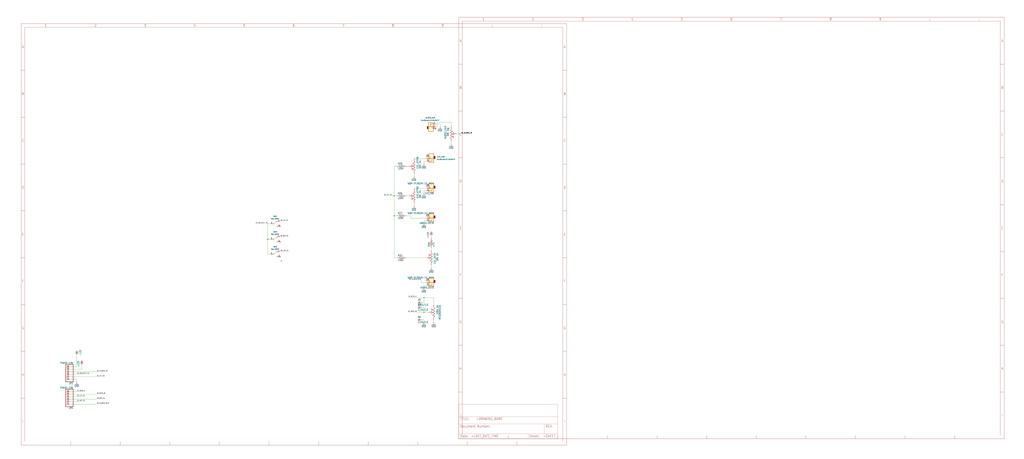
<source format=kicad_sch>
(kicad_sch (version 20211123) (generator eeschema)
  (paper "User" 1049.02 470.306)
  (lib_symbols
    (symbol "Connector:AudioJack2_SwitchT"
      (property "Reference" "J" (at 0 8.89 0))
      (property "Value" "AudioJack2_SwitchT" (at 0 6.35 0))
      (symbol "AudioJack2_SwitchT_0_1"
        (rectangle (start -2.54 0) (end -3.81 -2.54) (stroke (width 0.254)) (fill (type outline)))
        (polyline (pts (xy 1.778 -0.254) (xy 2.032 -0.762)))
        (polyline (pts (xy 0 0) (xy 0.635 -0.635) (xy 1.27 0) (xy 2.54 0)) (stroke (width 0.254)))
        (polyline (pts (xy 2.54 -2.54) (xy 1.778 -2.54) (xy 1.778 -0.254) (xy 1.524 -0.762)))
        (polyline (pts (xy 2.54 2.54) (xy -0.635 2.54) (xy -0.635 0) (xy -1.27 -0.635) (xy -1.905 0)) (stroke (width 0.254)))
        (rectangle (start 2.54 3.81) (end -2.54 -5.08) (stroke (width 0.254)) (fill (type background)))
      )
      (symbol "AudioJack2_SwitchT_1_1"
        (pin passive line (at 5.08 2.54 180) (length 2.54) (name "~") (number "S"))
        (pin passive line (at 5.08 0 180) (length 2.54) (name "~") (number "T"))
        (pin passive line (at 5.08 -2.54 180) (length 2.54) (name "~") (number "TN"))
      )
    )
    (symbol "Switch:SW_SPDT" (pin_names (offset 0) hide)
      (property "Reference" "SW" (at 0 4.318 0))
      (property "Value" "SW_SPDT" (at 0 -5.08 0))
      (symbol "SW_SPDT_0_0"
        (circle (center -2.032 0) (radius 0.508))
        (circle (center 2.032 -2.54) (radius 0.508))
      )
      (symbol "SW_SPDT_0_1"
        (polyline (pts (xy -1.524 0.254) (xy 1.651 2.286)))
        (circle (center 2.032 2.54) (radius 0.508))
      )
      (symbol "SW_SPDT_1_1"
        (pin passive line (at 5.08 2.54 180) (length 2.54) (name "A") (number "1"))
        (pin passive line (at -5.08 0 0) (length 2.54) (name "B") (number "2"))
        (pin passive line (at 5.08 -2.54 180) (length 2.54) (name "C") (number "3"))
      )
    )
    (symbol "ioboard-eagle-import:+12V" (power)
      (property "Value" "+12V" (at -2.54 -5.08 90))
      (symbol "+12V_1_0"
        (polyline (pts (xy 0 0) (xy -1.27 -1.905)) (stroke (width 0.254)))
        (polyline (pts (xy 0 1.27) (xy -1.27 -0.635)) (stroke (width 0.254)))
        (polyline (pts (xy 1.27 -1.905) (xy 0 0)) (stroke (width 0.254)))
        (polyline (pts (xy 1.27 -0.635) (xy 0 1.27)) (stroke (width 0.254)))
        (pin power_in line (at 0 -2.54 90) (length 2.54) (name "+12V") (number "1"))
      )
    )
    (symbol "ioboard-eagle-import:-12V" (power)
      (property "Value" "-12V" (at -2.54 -2.54 90))
      (symbol "-12V_1_0"
        (polyline (pts (xy -1.27 0.635) (xy 0 -1.27)) (stroke (width 0.254)))
        (polyline (pts (xy -1.27 1.905) (xy 0 0)) (stroke (width 0.254)))
        (polyline (pts (xy 0 -1.27) (xy 1.27 0.635)) (stroke (width 0.254)))
        (polyline (pts (xy 0 0) (xy 1.27 1.905)) (stroke (width 0.254)))
        (pin power_in line (at 0 2.54 270) (length 2.54) (name "-12V") (number "1"))
      )
    )
    (symbol "ioboard-eagle-import:2,15{slash}1,0"
      (property "Reference" "PAD" (at -1.143 1.8542 0))
      (property "Value" "2,15{slash}1,0" (at -1.143 -3.302 0))
      (symbol "2,15{slash}1,0_1_0"
        (polyline (pts (xy -1.016 -1.016) (xy 1.016 1.016)) (stroke (width 0.254)))
        (polyline (pts (xy -1.016 1.016) (xy 1.016 -1.016)) (stroke (width 0.254)))
        (pin passive line (at 2.54 0 180) (length 2.54) (name "P") (number "1"))
      )
    )
    (symbol "ioboard-eagle-import:ALPHA-9MMA"
      (property "Reference" "R" (at -5.08 -2.54 90))
      (property "Value" "ALPHA-9MMA" (at -2.54 -2.54 90))
      (symbol "ALPHA-9MMA_1_0"
        (polyline (pts (xy -1.016 -3.81) (xy 1.27 -2.54)) (stroke (width 0.254)))
        (polyline (pts (xy -1.016 -1.27) (xy 1.27 0)) (stroke (width 0.254)))
        (polyline (pts (xy -1.016 1.27) (xy 1.27 2.54)) (stroke (width 0.254)))
        (polyline (pts (xy -1.016 3.81) (xy 0 4.572)) (stroke (width 0.254)))
        (polyline (pts (xy 0 -5.08) (xy 0 -4.572)) (stroke (width 0.1524)))
        (polyline (pts (xy 0 -4.572) (xy -1.016 -3.81)) (stroke (width 0.254)))
        (polyline (pts (xy 0 4.572) (xy 0 5.08)) (stroke (width 0.1524)))
        (polyline (pts (xy 1.27 -2.54) (xy -1.016 -1.27)) (stroke (width 0.254)))
        (polyline (pts (xy 1.27 0) (xy -1.016 1.27)) (stroke (width 0.254)))
        (polyline (pts (xy 1.27 0) (xy 2.54 1.27)) (stroke (width 0.2032)))
        (polyline (pts (xy 1.27 2.54) (xy -1.016 3.81)) (stroke (width 0.254)))
        (polyline (pts (xy 1.397 -3.429) (xy 2.032 -2.159)) (stroke (width 0.1524)))
        (polyline (pts (xy 2.032 -4.699) (xy 2.032 -2.159)) (stroke (width 0.1524)))
        (polyline (pts (xy 2.032 -2.159) (xy 2.667 -3.429)) (stroke (width 0.1524)))
        (polyline (pts (xy 2.54 -1.27) (xy 1.27 0)) (stroke (width 0.2032)))
        (polyline (pts (xy 2.54 1.27) (xy 2.54 -1.27)) (stroke (width 0.2032)))
        (polyline (pts (xy 2.667 -3.429) (xy 1.397 -3.429)) (stroke (width 0.1524)))
        (pin passive line (at 0 -7.62 90) (length 2.54) (name "A") (number "1"))
        (pin passive line (at 5.08 0 180) (length 2.54) (name "S") (number "2"))
        (pin passive line (at 0 7.62 270) (length 2.54) (name "E") (number "3"))
      )
    )
    (symbol "ioboard-eagle-import:FRAME_C_L"
      (symbol "FRAME_C_L_0_0"
        (polyline (pts (xy 0 47.9778) (xy 3.81 47.9778)))
        (polyline (pts (xy 0 95.9556) (xy 3.81 95.9556)))
        (polyline (pts (xy 0 143.9333) (xy 3.81 143.9333)))
        (polyline (pts (xy 0 191.9111) (xy 3.81 191.9111)))
        (polyline (pts (xy 0 239.8889) (xy 3.81 239.8889)))
        (polyline (pts (xy 0 287.8667) (xy 3.81 287.8667)))
        (polyline (pts (xy 0 335.8444) (xy 3.81 335.8444)))
        (polyline (pts (xy 0 383.8222) (xy 3.81 383.8222)))
        (polyline (pts (xy 3.81 3.81) (xy 3.81 427.99)))
        (polyline (pts (xy 50.8 0) (xy 50.8 3.81)))
        (polyline (pts (xy 101.6 0) (xy 101.6 3.81)))
        (polyline (pts (xy 152.4 0) (xy 152.4 3.81)))
        (polyline (pts (xy 203.2 0) (xy 203.2 3.81)))
        (polyline (pts (xy 254 0) (xy 254 3.81)))
        (polyline (pts (xy 304.8 0) (xy 304.8 3.81)))
        (polyline (pts (xy 355.6 0) (xy 355.6 3.81)))
        (polyline (pts (xy 406.4 0) (xy 406.4 3.81)))
        (polyline (pts (xy 457.2 0) (xy 457.2 3.81)))
        (polyline (pts (xy 508 0) (xy 508 3.81)))
        (polyline (pts (xy 554.99 3.81) (xy 554.99 427.99)))
        (polyline (pts (xy 554.99 47.9778) (xy 558.8 47.9778)))
        (polyline (pts (xy 554.99 95.9556) (xy 558.8 95.9556)))
        (polyline (pts (xy 554.99 143.9333) (xy 558.8 143.9333)))
        (polyline (pts (xy 554.99 191.9111) (xy 558.8 191.9111)))
        (polyline (pts (xy 554.99 239.8889) (xy 558.8 239.8889)))
        (polyline (pts (xy 554.99 287.8667) (xy 558.8 287.8667)))
        (polyline (pts (xy 554.99 335.8444) (xy 558.8 335.8444)))
        (polyline (pts (xy 554.99 383.8222) (xy 558.8 383.8222)))
        (polyline (pts (xy 554.99 427.99) (xy 3.81 427.99)))
        (polyline (pts (xy 0 0) (xy 558.8 0) (xy 558.8 431.8) (xy 0 431.8) (xy 0 0)))
        (text "1" (at 25.4 429.895 0) (effects (font (size 2.54 2.286))))
        (text "2" (at 76.2 429.895 0) (effects (font (size 2.54 2.286))))
        (text "3" (at 127 429.895 0) (effects (font (size 2.54 2.286))))
        (text "4" (at 177.8 429.895 0) (effects (font (size 2.54 2.286))))
        (text "5" (at 228.6 429.895 0) (effects (font (size 2.54 2.286))))
        (text "6" (at 279.4 429.895 0) (effects (font (size 2.54 2.286))))
        (text "7" (at 330.2 429.895 0) (effects (font (size 2.54 2.286))))
        (text "8" (at 381 429.895 0) (effects (font (size 2.54 2.286))))
        (text "9" (at 431.8 429.895 0) (effects (font (size 2.54 2.286))))
        (text ":" (at 482.6 429.895 0) (effects (font (size 2.54 2.286))))
        (text ";" (at 533.4 429.895 0) (effects (font (size 2.54 2.286))))
        (text "A" (at 1.905 407.8111 0) (effects (font (size 2.54 2.286))))
        (text "A" (at 556.895 407.8111 0) (effects (font (size 2.54 2.286))))
        (text "B" (at 1.905 359.8333 0) (effects (font (size 2.54 2.286))))
        (text "B" (at 556.895 359.8333 0) (effects (font (size 2.54 2.286))))
        (text "C" (at 1.905 311.8556 0) (effects (font (size 2.54 2.286))))
        (text "C" (at 556.895 311.8556 0) (effects (font (size 2.54 2.286))))
        (text "D" (at 1.905 263.8778 0) (effects (font (size 2.54 2.286))))
        (text "D" (at 556.895 263.8778 0) (effects (font (size 2.54 2.286))))
        (text "E" (at 1.905 215.9 0) (effects (font (size 2.54 2.286))))
        (text "E" (at 556.895 215.9 0) (effects (font (size 2.54 2.286))))
        (text "F" (at 1.905 167.9222 0) (effects (font (size 2.54 2.286))))
        (text "F" (at 556.895 167.9222 0) (effects (font (size 2.54 2.286))))
        (text "G" (at 1.905 119.9444 0) (effects (font (size 2.54 2.286))))
        (text "G" (at 556.895 119.9444 0) (effects (font (size 2.54 2.286))))
        (text "H" (at 1.905 71.9667 0) (effects (font (size 2.54 2.286))))
        (text "H" (at 556.895 71.9667 0) (effects (font (size 2.54 2.286))))
        (text "I" (at 1.905 23.9889 0) (effects (font (size 2.54 2.286))))
        (text "I" (at 556.895 23.9889 0) (effects (font (size 2.54 2.286))))
      )
      (symbol "FRAME_C_L_2_0"
        (polyline (pts (xy 0 0) (xy 0 5.08)) (stroke (width 0.1016)))
        (polyline (pts (xy 0 0) (xy 71.12 0)) (stroke (width 0.1016)))
        (polyline (pts (xy 0 5.08) (xy 0 15.24)) (stroke (width 0.1016)))
        (polyline (pts (xy 0 5.08) (xy 71.12 5.08)) (stroke (width 0.1016)))
        (polyline (pts (xy 0 15.24) (xy 0 22.86)) (stroke (width 0.1016)))
        (polyline (pts (xy 0 22.86) (xy 0 35.56)) (stroke (width 0.1016)))
        (polyline (pts (xy 0 22.86) (xy 101.6 22.86)) (stroke (width 0.1016)))
        (polyline (pts (xy 71.12 0) (xy 101.6 0)) (stroke (width 0.1016)))
        (polyline (pts (xy 71.12 5.08) (xy 71.12 0)) (stroke (width 0.1016)))
        (polyline (pts (xy 71.12 5.08) (xy 87.63 5.08)) (stroke (width 0.1016)))
        (polyline (pts (xy 87.63 5.08) (xy 101.6 5.08)) (stroke (width 0.1016)))
        (polyline (pts (xy 87.63 15.24) (xy 0 15.24)) (stroke (width 0.1016)))
        (polyline (pts (xy 87.63 15.24) (xy 87.63 5.08)) (stroke (width 0.1016)))
        (polyline (pts (xy 101.6 5.08) (xy 101.6 0)) (stroke (width 0.1016)))
        (polyline (pts (xy 101.6 15.24) (xy 87.63 15.24)) (stroke (width 0.1016)))
        (polyline (pts (xy 101.6 15.24) (xy 101.6 5.08)) (stroke (width 0.1016)))
        (polyline (pts (xy 101.6 22.86) (xy 101.6 15.24)) (stroke (width 0.1016)))
        (polyline (pts (xy 101.6 35.56) (xy 0 35.56)) (stroke (width 0.1016)))
        (polyline (pts (xy 101.6 35.56) (xy 101.6 22.86)) (stroke (width 0.1016)))
        (text ">DRAWING_NAME" (at 17.78 19.05 0) (effects (font (size 2.54 2.159)) (justify left bottom)))
        (text ">LAST_DATE_TIME" (at 12.7 1.27 0) (effects (font (size 2.54 2.159)) (justify left bottom)))
        (text ">SHEET" (at 86.36 1.27 0) (effects (font (size 2.54 2.159)) (justify left bottom)))
        (text "Date:" (at 1.27 1.27 0) (effects (font (size 2.54 2.159)) (justify left bottom)))
        (text "Document Number:" (at 1.27 11.43 0) (effects (font (size 2.54 2.159)) (justify left bottom)))
        (text "REV:" (at 88.9 11.43 0) (effects (font (size 2.54 2.159)) (justify left bottom)))
        (text "Sheet:" (at 72.39 1.27 0) (effects (font (size 2.54 2.159)) (justify left bottom)))
        (text "TITLE:" (at 1.27 19.05 0) (effects (font (size 2.54 2.159)) (justify left bottom)))
      )
    )
    (symbol "ioboard-eagle-import:GND" (power)
      (property "Value" "GND" (at -2.54 -2.54 0))
      (symbol "GND_1_0"
        (polyline (pts (xy -1.905 0) (xy 1.905 0)) (stroke (width 0.254)))
        (pin power_in line (at 0 2.54 270) (length 2.54) (name "GND") (number "1"))
      )
    )
    (symbol "ioboard-eagle-import:PINHD-1X6"
      (property "Reference" "JP" (at -6.35 10.795 0))
      (property "Value" "PINHD-1X6" (at -6.35 -10.16 0))
      (symbol "PINHD-1X6_1_0"
        (polyline (pts (xy -6.35 -7.62) (xy 1.27 -7.62)) (stroke (width 0.4064)))
        (polyline (pts (xy -6.35 10.16) (xy -6.35 -7.62)) (stroke (width 0.4064)))
        (polyline (pts (xy 1.27 -7.62) (xy 1.27 10.16)) (stroke (width 0.4064)))
        (polyline (pts (xy 1.27 10.16) (xy -6.35 10.16)) (stroke (width 0.4064)))
        (pin passive inverted (at -2.54 7.62 0) (length 2.54) (name "1") (number "1"))
        (pin passive inverted (at -2.54 5.08 0) (length 2.54) (name "2") (number "2"))
        (pin passive inverted (at -2.54 2.54 0) (length 2.54) (name "3") (number "3"))
        (pin passive inverted (at -2.54 0 0) (length 2.54) (name "4") (number "4"))
        (pin passive inverted (at -2.54 -2.54 0) (length 2.54) (name "5") (number "5"))
        (pin passive inverted (at -2.54 -5.08 0) (length 2.54) (name "6") (number "6"))
      )
    )
    (symbol "ioboard-eagle-import:R-US_0204{slash}7"
      (property "Reference" "R" (at -3.81 1.4986 0))
      (property "Value" "R-US_0204{slash}7" (at -3.81 -3.302 0))
      (symbol "R-US_0204{slash}7_1_0"
        (polyline (pts (xy -2.54 0) (xy -2.159 1.016)) (stroke (width 0.2032)))
        (polyline (pts (xy -2.159 1.016) (xy -1.524 -1.016)) (stroke (width 0.2032)))
        (polyline (pts (xy -1.524 -1.016) (xy -0.889 1.016)) (stroke (width 0.2032)))
        (polyline (pts (xy -0.889 1.016) (xy -0.254 -1.016)) (stroke (width 0.2032)))
        (polyline (pts (xy -0.254 -1.016) (xy 0.381 1.016)) (stroke (width 0.2032)))
        (polyline (pts (xy 0.381 1.016) (xy 1.016 -1.016)) (stroke (width 0.2032)))
        (polyline (pts (xy 1.016 -1.016) (xy 1.651 1.016)) (stroke (width 0.2032)))
        (polyline (pts (xy 1.651 1.016) (xy 2.286 -1.016)) (stroke (width 0.2032)))
        (polyline (pts (xy 2.286 -1.016) (xy 2.54 0)) (stroke (width 0.2032)))
        (pin passive line (at -5.08 0 0) (length 2.54) (name "1") (number "1"))
        (pin passive line (at 5.08 0 180) (length 2.54) (name "2") (number "2"))
      )
    )
  )
  (junction (at 434.34 320.04))
  (junction (at 403.86 200.66))
  (junction (at 403.86 220.98))
  (junction (at 434.34 304.8))
  (junction (at 274.32 245.11))
  (no_connect (at 436.88 220.98))
  (no_connect (at 288.29 267.335))
  (no_connect (at 287.02 231.775))
  (no_connect (at 287.02 247.65))
  (no_connect (at 287.02 262.89))
  (no_connect (at 436.88 190.5))
  (no_connect (at 436.88 287.02))
  (no_connect (at 436.88 160.02))
  (no_connect (at 446.405 132.08))
  (wire (pts (xy 434.34 167.64) (xy 434.34 165.1)))
  (wire (pts (xy 431.8 327.66) (xy 434.34 327.66)))
  (wire (pts (xy 416.56 264.16) (xy 436.88 264.16)))
  (wire (pts (xy 274.32 245.11) (xy 276.86 245.11)))
  (wire (pts (xy 431.8 287.02) (xy 431.8 289.56)))
  (wire (pts (xy 424.18 193.04) (xy 436.88 193.04)))
  (wire (pts (xy 424.18 177.8) (xy 424.18 180.34)))
  (wire (pts (xy 71.12 388.62) (xy 78.74 388.62)))
  (wire (pts (xy 276.86 229.235) (xy 274.32 229.235)))
  (wire (pts (xy 434.34 226.06) (xy 436.88 226.06)))
  (wire (pts (xy 447.675 125.095) (xy 462.28 125.095)))
  (wire (pts (xy 416.56 170.18) (xy 419.1 170.18)))
  (wire (pts (xy 434.34 292.1) (xy 436.88 292.1)))
  (wire (pts (xy 71.12 411.48) (xy 78.74 411.48)))
  (wire (pts (xy 274.32 229.235) (xy 274.32 245.11)))
  (wire (pts (xy 403.86 264.16) (xy 406.4 264.16)))
  (wire (pts (xy 403.86 264.16) (xy 403.86 220.98)))
  (wire (pts (xy 274.32 260.35) (xy 276.86 260.35)))
  (wire (pts (xy 450.85 129.54) (xy 450.85 127)))
  (wire (pts (xy 444.5 312.42) (xy 444.5 304.8)))
  (wire (pts (xy 403.86 200.66) (xy 401.32 200.66)))
  (wire (pts (xy 436.88 223.52) (xy 421.005 223.52)))
  (wire (pts (xy 441.96 274.32) (xy 441.96 271.78)))
  (wire (pts (xy 434.34 304.8) (xy 426.72 304.8)))
  (wire (pts (xy 436.88 195.58) (xy 434.34 195.58)))
  (wire (pts (xy 421.005 220.98) (xy 416.56 220.98)))
  (wire (pts (xy 434.34 309.88) (xy 434.34 304.8)))
  (wire (pts (xy 403.86 200.66) (xy 406.4 200.66)))
  (wire (pts (xy 71.12 381) (xy 99.06 381)))
  (wire (pts (xy 71.12 406.4) (xy 78.74 406.4)))
  (wire (pts (xy 447.675 129.54) (xy 447.675 125.095)))
  (wire (pts (xy 462.28 144.78) (xy 462.28 147.32)))
  (wire (pts (xy 71.12 401.32) (xy 78.74 401.32)))
  (wire (pts (xy 424.18 162.56) (xy 436.88 162.56)))
  (wire (pts (xy 434.34 320.04) (xy 426.72 320.04)))
  (wire (pts (xy 434.34 165.1) (xy 436.88 165.1)))
  (wire (pts (xy 71.12 383.54) (xy 78.74 383.54)))
  (wire (pts (xy 431.8 289.56) (xy 436.88 289.56)))
  (wire (pts (xy 439.42 320.04) (xy 434.34 320.04)))
  (wire (pts (xy 406.4 220.98) (xy 403.86 220.98)))
  (wire (pts (xy 78.74 375.92) (xy 78.74 363.22)))
  (wire (pts (xy 71.12 375.92) (xy 78.74 375.92)))
  (wire (pts (xy 467.36 137.16) (xy 472.44 137.16)))
  (wire (pts (xy 446.405 129.54) (xy 447.675 129.54)))
  (wire (pts (xy 434.34 228.6) (xy 434.34 226.06)))
  (wire (pts (xy 274.32 245.11) (xy 274.32 260.35)))
  (wire (pts (xy 424.18 208.28) (xy 424.18 210.82)))
  (wire (pts (xy 441.96 254) (xy 441.96 256.54)))
  (wire (pts (xy 71.12 403.86) (xy 99.06 403.86)))
  (wire (pts (xy 434.34 195.58) (xy 434.34 198.12)))
  (wire (pts (xy 434.34 327.66) (xy 434.34 330.2)))
  (wire (pts (xy 441.96 243.84) (xy 441.96 241.3)))
  (wire (pts (xy 403.86 220.98) (xy 403.86 200.66)))
  (wire (pts (xy 434.34 314.96) (xy 434.34 320.04)))
  (wire (pts (xy 403.86 170.18) (xy 403.86 200.66)))
  (wire (pts (xy 71.12 386.08) (xy 99.06 386.08)))
  (wire (pts (xy 446.405 127) (xy 450.85 127)))
  (wire (pts (xy 421.005 223.52) (xy 421.005 220.98)))
  (wire (pts (xy 434.34 294.64) (xy 434.34 292.1)))
  (wire (pts (xy 431.8 314.96) (xy 434.34 314.96)))
  (wire (pts (xy 444.5 327.66) (xy 444.5 330.2)))
  (wire (pts (xy 406.4 170.18) (xy 403.86 170.18)))
  (wire (pts (xy 78.74 388.62) (xy 78.74 391.16)))
  (wire (pts (xy 83.82 378.46) (xy 83.82 373.38)))
  (wire (pts (xy 444.5 304.8) (xy 434.34 304.8)))
  (wire (pts (xy 419.1 200.66) (xy 416.56 200.66)))
  (wire (pts (xy 431.8 309.88) (xy 434.34 309.88)))
  (wire (pts (xy 71.12 408.94) (xy 99.06 408.94)))
  (wire (pts (xy 71.12 414.02) (xy 99.06 414.02)))
  (wire (pts (xy 462.28 125.095) (xy 462.28 129.54)))
  (wire (pts (xy 71.12 378.46) (xy 83.82 378.46)))
  (label "IO_RES_B" (at 426.72 320.04 180) (effects (font (size 1.2446 1.2446))))
  (label "IO_SELECT_IN" (at 78.74 383.54 0) (effects (font (size 1.2446 1.2446))))
  (label "IO_BP_IN" (at 287.02 242.57 0) (effects (font (size 1.2446 1.2446))))
  (label "IO_BP_IN" (at 99.06 408.94 0) (effects (font (size 1.2446 1.2446))))
  (label "IO_RES_A" (at 78.74 401.32 0) (effects (font (size 1.2446 1.2446))))
  (label "IO_AUDIO_IN" (at 472.44 137.16 0) (effects (font (size 1.2446 1.2446))))
  (label "IO_CV_IN" (at 401.32 200.66 180) (effects (font (size 1.2446 1.2446))))
  (label "IO_LP_IN" (at 78.74 406.4 0) (effects (font (size 1.2446 1.2446))))
  (label "IO_HP_IN" (at 287.02 257.81 0) (effects (font (size 1.2446 1.2446))))
  (label "IO_AUDIO_IN" (at 99.06 381 0) (effects (font (size 1.2446 1.2446))))
  (label "IO_LP_IN" (at 287.02 226.695 0) (effects (font (size 1.2446 1.2446))))
  (label "IO_AUDIO_OUT" (at 99.06 414.02 0) (effects (font (size 1.2446 1.2446))))
  (label "IO_CV_IN" (at 99.06 386.08 0) (effects (font (size 1.2446 1.2446))))
  (label "IO_RES_A" (at 426.72 304.8 180) (effects (font (size 1.2446 1.2446))))
  (label "IO_AUDIO_OUT" (at 431.8 287.02 180) (effects (font (size 1.2446 1.2446))))
  (label "IO_AUDIO_IN" (at 472.44 137.16 0) (effects (font (size 1.2446 1.2446))))
  (label "IO_SELECT_IN" (at 274.32 229.235 180) (effects (font (size 1.2446 1.2446))))
  (label "IO_HP_IN" (at 78.74 411.48 0) (effects (font (size 1.2446 1.2446))))
  (label "IO_RES_B" (at 99.06 403.86 0) (effects (font (size 1.2446 1.2446))))
  (symbol (lib_id "ioboard-eagle-import:GND") (at 434.34 200.66 0) (unit 1)
    (property "Reference" "#GND020" (effects hide))
    (property "Value" "GND" (at 431.8 203.2 0) (effects (font (size 1.778 1.5113)) (justify left bottom)))
    (property "Footprint" "ioboard:" (effects hide))
  )
  (symbol (lib_id "Connector:AudioJack2_SwitchT") (at 441.96 289.56 180) (unit 1)
    (property "Reference" "AUDIO_OUT0" (at 444.5 293.624 0) (effects (font (size 1.778 1.5113)) (justify left bottom)))
    (property "Value" "WQP-PJ301M-12_JACK" (at 444.5 283.464 0) (effects (font (size 1.778 1.5113)) (justify left bottom)))
    (property "Footprint" "Connector_Audio:Jack_3.5mm_QingPu_WQP-PJ398SM_Vertical_CircularHoles" (effects hide))
  )
  (symbol (lib_id "Connector:AudioJack2_SwitchT") (at 441.325 129.54 0) (unit 1)
    (property "Reference" "AUDIO_IN0" (at 440.69 120.65 0))
    (property "Value" "AudioJack2_SwitchT" (at 440.69 123.19 0))
    (property "Footprint" "Connector_Audio:Jack_3.5mm_QingPu_WQP-PJ398SM_Vertical_CircularHoles" (effects hide))
  )
  (symbol (lib_id "ioboard-eagle-import:+12V") (at 83.82 370.84 0) (unit 1)
    (property "Reference" "#P+03" (effects hide))
    (property "Value" "+12V" (at 81.28 375.92 90) (effects (font (size 1.778 1.5113)) (justify left bottom)))
    (property "Footprint" "ioboard:" (effects hide))
  )
  (symbol (lib_id "Switch:SW_SPDT") (at 281.94 229.235 0) (unit 1)
    (property "Reference" "SW1" (at 281.94 221.615 0))
    (property "Value" "SW_SPDT" (at 281.94 224.155 0))
    (property "Footprint" "Library:SW_Toggle_Blue_wSlots" (effects hide))
  )
  (symbol (lib_id "ioboard-eagle-import:ALPHA-9MMA") (at 424.18 200.66 0) (mirror y) (unit 1)
    (property "Reference" "CV2_ATTN0" (at 426.72 203.2 90) (effects (font (size 1.778 1.5113)) (justify left bottom)))
    (property "Value" "50k lin" (at 429.26 203.2 90) (effects (font (size 1.778 1.5113)) (justify left bottom)))
    (property "Footprint" "ioboard:EVUF" (effects hide))
  )
  (symbol (lib_id "ioboard-eagle-import:GND") (at 434.34 332.74 0) (unit 1)
    (property "Reference" "#GND041" (effects hide))
    (property "Value" "GND" (at 431.8 335.28 0) (effects (font (size 1.778 1.5113)) (justify left bottom)))
    (property "Footprint" "ioboard:" (effects hide))
  )
  (symbol (lib_id "ioboard-eagle-import:R-US_0204{slash}7") (at 441.96 248.92 90) (unit 1)
    (property "Reference" "R30" (at 440.4614 252.73 0) (effects (font (size 1.778 1.5113)) (justify left bottom)))
    (property "Value" "47k" (at 445.262 252.73 0) (effects (font (size 1.778 1.5113)) (justify left bottom)))
    (property "Footprint" "ioboard:0204_7" (effects hide))
  )
  (symbol (lib_id "Connector:AudioJack2_SwitchT") (at 441.96 193.04 180) (unit 1)
    (property "Reference" "CV2_IN0" (at 444.5 197.104 0) (effects (font (size 1.778 1.5113)) (justify left bottom)))
    (property "Value" "WQP-PJ301M-12_JACK" (at 444.5 186.944 0) (effects (font (size 1.778 1.5113)) (justify left bottom)))
    (property "Footprint" "Connector_Audio:Jack_3.5mm_QingPu_WQP-PJ398SM_Vertical_CircularHoles" (effects hide))
  )
  (symbol (lib_id "Connector:AudioJack2_SwitchT") (at 441.96 223.52 180) (unit 1)
    (property "Reference" "UNK1V/OCT0" (at 444.5 227.584 0) (effects (font (size 1.778 1.5113)) (justify left bottom)))
    (property "Value" "WQP-PJ301M-12_JACK" (at 444.5 217.424 0) (effects (font (size 1.778 1.5113)) (justify left bottom)))
    (property "Footprint" "Connector_Audio:Jack_3.5mm_QingPu_WQP-PJ398SM_Vertical_CircularHoles" (effects hide))
  )
  (symbol (lib_id "ioboard-eagle-import:GND") (at 78.74 393.7 0) (unit 1)
    (property "Reference" "#GND013" (effects hide))
    (property "Value" "GND" (at 76.2 396.24 0) (effects (font (size 1.778 1.5113)) (justify left bottom)))
    (property "Footprint" "ioboard:" (effects hide))
  )
  (symbol (lib_id "ioboard-eagle-import:2,15{slash}1,0") (at 429.26 309.88 0) (unit 1)
    (property "Reference" "A0" (at 428.117 308.0258 0) (effects (font (size 1.778 1.5113)) (justify left bottom)))
    (property "Value" "2,15{slash}1,0" (at 428.117 313.182 0) (effects (font (size 1.778 1.5113)) (justify left bottom)))
    (property "Footprint" "ioboard:2,15_1,0" (effects hide))
  )
  (symbol (lib_id "ioboard-eagle-import:GND") (at 434.34 231.14 0) (unit 1)
    (property "Reference" "#GND021" (effects hide))
    (property "Value" "GND" (at 431.8 233.68 0) (effects (font (size 1.778 1.5113)) (justify left bottom)))
    (property "Footprint" "ioboard:" (effects hide))
  )
  (symbol (lib_id "ioboard-eagle-import:2,15{slash}1,0") (at 429.26 314.96 0) (unit 1)
    (property "Reference" "W0" (at 428.117 313.1058 0) (effects (font (size 1.778 1.5113)) (justify left bottom)))
    (property "Value" "2,15{slash}1,0" (at 428.117 318.262 0) (effects (font (size 1.778 1.5113)) (justify left bottom)))
    (property "Footprint" "ioboard:2,15_1,0" (effects hide))
  )
  (symbol (lib_id "ioboard-eagle-import:R-US_0204{slash}7") (at 411.48 220.98 0) (unit 1)
    (property "Reference" "R27" (at 407.67 219.4814 0) (effects (font (size 1.778 1.5113)) (justify left bottom)))
    (property "Value" "220k" (at 407.67 224.282 0) (effects (font (size 1.778 1.5113)) (justify left bottom)))
    (property "Footprint" "ioboard:0204_7" (effects hide))
  )
  (symbol (lib_id "ioboard-eagle-import:GND") (at 424.18 213.36 0) (unit 1)
    (property "Reference" "#GND019" (effects hide))
    (property "Value" "GND" (at 421.64 215.9 0) (effects (font (size 1.778 1.5113)) (justify left bottom)))
    (property "Footprint" "ioboard:" (effects hide))
  )
  (symbol (lib_id "ioboard-eagle-import:2,15{slash}1,0") (at 429.26 327.66 0) (unit 1)
    (property "Reference" "B0" (at 428.117 325.8058 0) (effects (font (size 1.778 1.5113)) (justify left bottom)))
    (property "Value" "2,15{slash}1,0" (at 428.117 330.962 0) (effects (font (size 1.778 1.5113)) (justify left bottom)))
    (property "Footprint" "ioboard:2,15_1,0" (effects hide))
  )
  (symbol (lib_id "ioboard-eagle-import:ALPHA-9MMA") (at 441.96 264.16 180) (unit 1)
    (property "Reference" "CUT_OFF0" (at 444.5 259.08 90) (effects (font (size 1.778 1.5113)) (justify left bottom)))
    (property "Value" "50k lin" (at 447.04 259.08 90) (effects (font (size 1.778 1.5113)) (justify left bottom)))
    (property "Footprint" "ioboard:EVUF" (effects hide))
  )
  (symbol (lib_id "ioboard-eagle-import:GND") (at 444.5 332.74 0) (unit 1)
    (property "Reference" "#GND024" (effects hide))
    (property "Value" "GND" (at 441.96 335.28 0) (effects (font (size 1.778 1.5113)) (justify left bottom)))
    (property "Footprint" "ioboard:" (effects hide))
  )
  (symbol (lib_id "ioboard-eagle-import:GND") (at 462.28 149.86 0) (unit 1)
    (property "Reference" "#GND016" (effects hide))
    (property "Value" "GND" (at 459.74 152.4 0) (effects (font (size 1.778 1.5113)) (justify left bottom)))
    (property "Footprint" "ioboard:" (effects hide))
  )
  (symbol (lib_id "ioboard-eagle-import:PINHD-1X6") (at 68.58 406.4 180) (unit 1)
    (property "Reference" "JP4" (at 74.93 417.195 0) (effects (font (size 1.778 1.5113)) (justify left bottom)))
    (property "Value" "PINHD-1X6" (at 74.93 396.24 0) (effects (font (size 1.778 1.5113)) (justify left bottom)))
    (property "Footprint" "ioboard:1X06" (effects hide))
  )
  (symbol (lib_id "ioboard-eagle-import:ALPHA-9MMA") (at 444.5 320.04 180) (unit 1)
    (property "Reference" "RESONANCE0" (at 449.58 312.42 90) (effects (font (size 1.778 1.5113)) (justify left bottom)))
    (property "Value" "100k lin" (at 447.04 312.42 90) (effects (font (size 1.778 1.5113)) (justify left bottom)))
    (property "Footprint" "ioboard:EVUF" (effects hide))
  )
  (symbol (lib_id "ioboard-eagle-import:-12V") (at 78.74 360.68 180) (unit 1)
    (property "Reference" "#P-05" (effects hide))
    (property "Value" "-12V" (at 81.28 358.14 90) (effects (font (size 1.778 1.5113)) (justify left bottom)))
    (property "Footprint" "ioboard:" (effects hide))
  )
  (symbol (lib_id "Connector:AudioJack2_SwitchT") (at 441.96 162.56 180) (unit 1)
    (property "Reference" "CV1_IN0" (at 447.675 160.6549 0) (effects (justify right)))
    (property "Value" "AudioJack2_SwitchT" (at 447.675 163.1949 0) (effects (justify right)))
    (property "Footprint" "Connector_Audio:Jack_3.5mm_QingPu_WQP-PJ398SM_Vertical_CircularHoles" (effects hide))
  )
  (symbol (lib_id "ioboard-eagle-import:ALPHA-9MMA") (at 424.18 170.18 0) (mirror y) (unit 1)
    (property "Reference" "CV1_ATTN0" (at 426.72 172.72 90) (effects (font (size 1.778 1.5113)) (justify left bottom)))
    (property "Value" "50k lin" (at 429.26 172.72 90) (effects (font (size 1.778 1.5113)) (justify left bottom)))
    (property "Footprint" "ioboard:EVUF" (effects hide))
  )
  (symbol (lib_id "ioboard-eagle-import:R-US_0204{slash}7") (at 411.48 170.18 0) (unit 1)
    (property "Reference" "R25" (at 407.67 168.6814 0) (effects (font (size 1.778 1.5113)) (justify left bottom)))
    (property "Value" "220k" (at 407.67 173.482 0) (effects (font (size 1.778 1.5113)) (justify left bottom)))
    (property "Footprint" "ioboard:0204_7" (effects hide))
  )
  (symbol (lib_id "ioboard-eagle-import:GND") (at 450.85 132.08 0) (unit 1)
    (property "Reference" "#GND015" (effects hide))
    (property "Value" "GND" (at 448.31 134.62 0) (effects (font (size 1.778 1.5113)) (justify left bottom)))
    (property "Footprint" "ioboard:" (effects hide))
  )
  (symbol (lib_id "ioboard-eagle-import:ALPHA-9MMA") (at 462.28 137.16 0) (unit 1)
    (property "Reference" "AUDIO_LVL0" (at 457.2 142.24 90) (effects (font (size 1.778 1.5113)) (justify left bottom)))
    (property "Value" "50k log" (at 459.74 139.7 90) (effects (font (size 1.778 1.5113)) (justify left bottom)))
    (property "Footprint" "ioboard:EVUF" (effects hide))
  )
  (symbol (lib_id "Switch:SW_SPDT") (at 281.94 245.11 0) (unit 1)
    (property "Reference" "SW2" (at 281.94 237.49 0))
    (property "Value" "SW_SPDT" (at 281.94 240.03 0))
    (property "Footprint" "Library:SW_Toggle_Blue_wSlots" (effects hide))
  )
  (symbol (lib_id "ioboard-eagle-import:+12V") (at 441.96 238.76 0) (unit 1)
    (property "Reference" "#P+04" (effects hide))
    (property "Value" "+12V" (at 439.42 243.84 90) (effects (font (size 1.778 1.5113)) (justify left bottom)))
    (property "Footprint" "ioboard:" (effects hide))
  )
  (symbol (lib_id "ioboard-eagle-import:PINHD-1X6") (at 68.58 381 180) (unit 1)
    (property "Reference" "JP2" (at 74.93 391.795 0) (effects (font (size 1.778 1.5113)) (justify left bottom)))
    (property "Value" "PINHD-1X6" (at 74.93 370.84 0) (effects (font (size 1.778 1.5113)) (justify left bottom)))
    (property "Footprint" "ioboard:1X06" (effects hide))
  )
  (symbol (lib_id "Switch:SW_SPDT") (at 281.94 260.35 0) (unit 1)
    (property "Reference" "SW3" (at 281.94 252.73 0))
    (property "Value" "SW_SPDT" (at 281.94 255.27 0))
    (property "Footprint" "Library:SW_Toggle_Blue_wSlots" (effects hide))
  )
  (symbol (lib_id "ioboard-eagle-import:GND") (at 441.96 276.86 0) (unit 1)
    (property "Reference" "#GND022" (effects hide))
    (property "Value" "GND" (at 439.42 279.4 0) (effects (font (size 1.778 1.5113)) (justify left bottom)))
    (property "Footprint" "ioboard:" (effects hide))
  )
  (symbol (lib_id "ioboard-eagle-import:GND") (at 434.34 170.18 0) (unit 1)
    (property "Reference" "#GND017" (effects hide))
    (property "Value" "GND" (at 431.8 172.72 0) (effects (font (size 1.778 1.5113)) (justify left bottom)))
    (property "Footprint" "ioboard:" (effects hide))
  )
  (symbol (lib_id "ioboard-eagle-import:GND") (at 434.34 297.18 0) (unit 1)
    (property "Reference" "#GND023" (effects hide))
    (property "Value" "GND" (at 431.8 299.72 0) (effects (font (size 1.778 1.5113)) (justify left bottom)))
    (property "Footprint" "ioboard:" (effects hide))
  )
  (symbol (lib_id "ioboard-eagle-import:FRAME_C_L") (at 21.59 455.93 0) (unit 1)
    (property "Reference" "#FRAME1" (effects hide))
    (property "Value" "FRAME_C_L" (effects hide))
    (property "Footprint" "ioboard:" (effects hide))
  )
  (symbol (lib_id "ioboard-eagle-import:R-US_0204{slash}7") (at 411.48 200.66 0) (unit 1)
    (property "Reference" "R26" (at 407.67 199.1614 0) (effects (font (size 1.778 1.5113)) (justify left bottom)))
    (property "Value" "220k" (at 407.67 203.962 0) (effects (font (size 1.778 1.5113)) (justify left bottom)))
    (property "Footprint" "ioboard:0204_7" (effects hide))
  )
  (symbol (lib_id "ioboard-eagle-import:FRAME_C_L") (at 469.9 449.58 0) (unit 2)
    (property "Reference" "#FRAME1" (effects hide))
    (property "Value" "FRAME_C_L" (effects hide))
    (property "Footprint" "ioboard:" (effects hide))
  )
  (symbol (lib_id "ioboard-eagle-import:GND") (at 424.18 182.88 0) (unit 1)
    (property "Reference" "#GND018" (effects hide))
    (property "Value" "GND" (at 421.64 185.42 0) (effects (font (size 1.778 1.5113)) (justify left bottom)))
    (property "Footprint" "ioboard:" (effects hide))
  )
  (symbol (lib_id "ioboard-eagle-import:R-US_0204{slash}7") (at 411.48 264.16 0) (unit 1)
    (property "Reference" "R31" (at 407.67 262.6614 0) (effects (font (size 1.778 1.5113)) (justify left bottom)))
    (property "Value" "150k" (at 407.67 267.462 0) (effects (font (size 1.778 1.5113)) (justify left bottom)))
    (property "Footprint" "ioboard:0204_7" (effects hide))
  )
)
</source>
